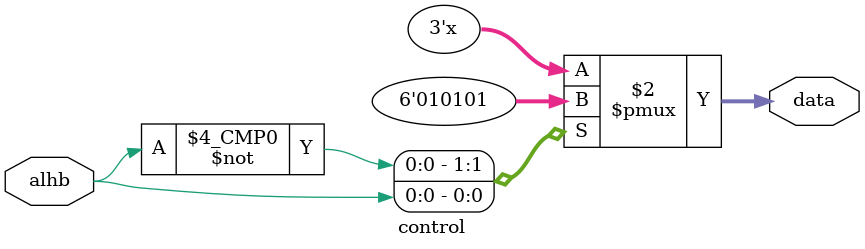
<source format=v>
module control(alhb,data);
input alhb;   //alhb = 1 thì exponent A >= exponent B
output reg[2:0] data; //data[2]:muxExponent, data[1]:muxFraction1, data[2]:muxfraction2
always @(alhb)
begin
case(alhb)     
	1'b0: data=3'b010;  //=1, chọn A, =0 chọn B      
	1'b1: data=3'b101;
endcase  
end
endmodule
</source>
